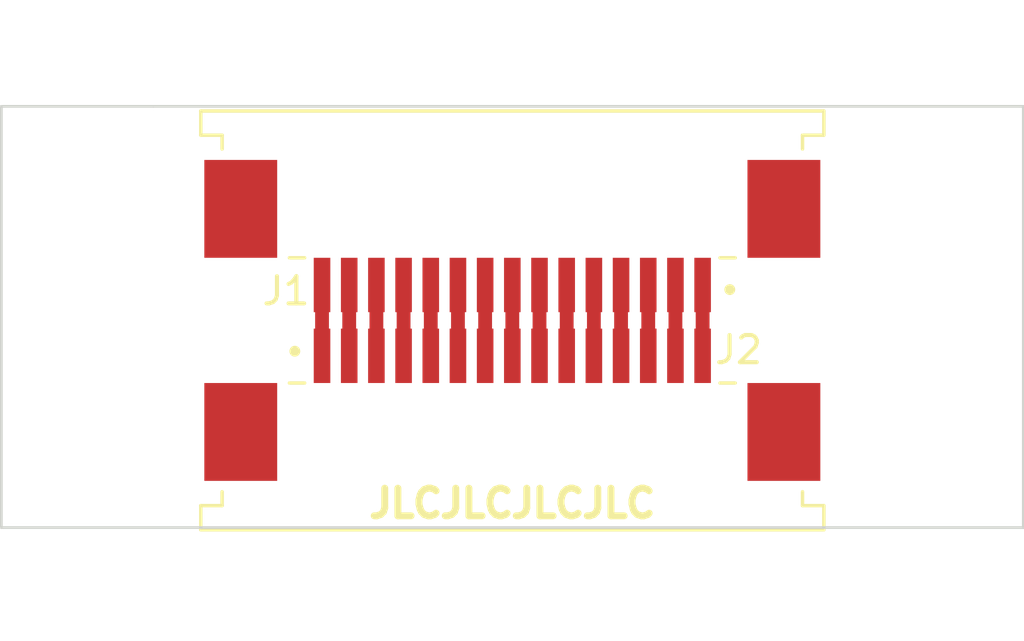
<source format=kicad_pcb>
(kicad_pcb (version 20211014) (generator pcbnew)
  (layers (0 "F.Cu" signal) (31 "B.Cu" signal) (34 "B.Paste" user) (35 "F.Paste" user) (36 "B.SilkS" user "B.Silkscreen") (37 "F.SilkS" user "F.Silkscreen") (38 "B.Mask" user) (39 "F.Mask" user) (44 "Edge.Cuts" user))
  (net 0 "")
  (net 1 "Net-(J1-Pad1)")
  (net 2 "Net-(J1-Pad2)")
  (net 3 "Net-(J1-Pad3)")
  (net 4 "Net-(J1-Pad4)")
  (net 5 "Net-(J1-Pad5)")
  (net 6 "Net-(J1-Pad6)")
  (net 7 "Net-(J1-Pad8)")
  (net 8 "Net-(J1-Pad9)")
  (net 9 "Net-(J1-Pad12)")
  (net 10 "Net-(J1-Pad14)")
  (net 11 "Net-(J1-Pad15)")
  (net 12 "Net-(J1-Pad7)")
  (net 13 "Net-(J1-Pad10)")
  (net 14 "Net-(J1-Pad11)")
  (net 15 "Net-(J1-Pad13)")
  (footprint "pretty:TE_1-84952-5" (layer "F.Cu") (at 126.746 79.596 180)
    (fp_text reference "J2" (at -8.325 -2.385 180) (layer "F.SilkS"))
    (fp_text value "1-84952-5")
    (fp_line (start -11.46 6.4) (end -11.46 5.51) (layer "F.SilkS") (width 0.127))
    (fp_line (start -10.675 5) (end -10.675 5.51) (layer "F.SilkS") (width 0.127))
    (fp_line (start 7.64 1) (end 8.2 1) (layer "F.SilkS") (width 0.127))
    (fp_line (start 10.675 5) (end 10.675 5.51) (layer "F.SilkS") (width 0.127))
    (fp_line (start 11.46 5.51) (end 10.675 5.51) (layer "F.SilkS") (width 0.127))
    (fp_line (start -10.675 5.51) (end -11.46 5.51) (layer "F.SilkS") (width 0.127))
    (fp_line (start -8.2 1) (end -7.64 1) (layer "F.SilkS") (width 0.127))
    (fp_line (start 11.46 6.4) (end -11.46 6.4) (layer "F.SilkS") (width 0.127))
    (fp_line (start 11.46 5.51) (end 11.46 6.4) (layer "F.SilkS") (width 0.127))
    (fp_circle (center -8 -0.17) (end -7.9 -0.17) (layer "F.SilkS") (width 0.2) (fill none))
    (pad "1" smd rect locked (at -7 0 180) (size 0.61 2) (layers "F.Cu" "F.Paste" "F.Mask") (net 11 "Net-(J1-Pad15)"))
    (pad "2" smd rect locked (at -6 0 180) (size 0.61 2) (layers "F.Cu" "F.Paste" "F.Mask") (net 10 "Net-(J1-Pad14)"))
    (pad "3" smd rect locked (at -5 0 180) (size 0.61 2) (layers "F.Cu" "F.Paste" "F.Mask") (net 15 "Net-(J1-Pad13)"))
    (pad "4" smd rect locked (at -4 0 180) (size 0.61 2) (layers "F.Cu" "F.Paste" "F.Mask") (net 9 "Net-(J1-Pad12)"))
    (pad "5" smd rect locked (at -3 0 180) (size 0.61 2) (layers "F.Cu" "F.Paste" "F.Mask") (net 14 "Net-(J1-Pad11)"))
    (pad "6" smd rect locked (at -2 0 180) (size 0.61 2) (layers "F.Cu" "F.Paste" "F.Mask") (net 13 "Net-(J1-Pad10)"))
    (pad "7" smd rect locked (at -1 0 180) (size 0.61 2) (layers "F.Cu" "F.Paste" "F.Mask") (net 8 "Net-(J1-Pad9)"))
    (pad "8" smd rect locked (at 0 0 180) (size 0.61 2) (layers "F.Cu" "F.Paste" "F.Mask") (net 7 "Net-(J1-Pad8)"))
    (pad "9" smd rect locked (at 1 0 180) (size 0.61 2) (layers "F.Cu" "F.Paste" "F.Mask") (net 12 "Net-(J1-Pad7)"))
    (pad "10" smd rect locked (at 2 0 180) (size 0.61 2) (layers "F.Cu" "F.Paste" "F.Mask") (net 6 "Net-(J1-Pad6)"))
    (pad "11" smd rect locked (at 3 0 180) (size 0.61 2) (layers "F.Cu" "F.Paste" "F.Mask") (net 5 "Net-(J1-Pad5)"))
    (pad "12" smd rect locked (at 4 0 180) (size 0.61 2) (layers "F.Cu" "F.Paste" "F.Mask") (net 4 "Net-(J1-Pad4)"))
    (pad "13" smd rect locked (at 5 0 180) (size 0.61 2) (layers "F.Cu" "F.Paste" "F.Mask") (net 3 "Net-(J1-Pad3)"))
    (pad "14" smd rect locked (at 6 0 180) (size 0.61 2) (layers "F.Cu" "F.Paste" "F.Mask") (net 2 "Net-(J1-Pad2)"))
    (pad "15" smd rect locked (at 7 0 180) (size 0.61 2) (layers "F.Cu" "F.Paste" "F.Mask") (net 1 "Net-(J1-Pad1)"))
    (pad "S1" smd rect locked (at -9.99 2.8 180) (size 2.68 3.6) (layers "F.Cu" "F.Paste" "F.Mask"))
    (pad "S2" smd rect locked (at 9.99 2.8 180) (size 2.68 3.6) (layers "F.Cu" "F.Paste" "F.Mask"))
  )
  (footprint "MountingHole:MountingHole_2.7mm_M2.5" (layer "F.Cu") (at 111.506 85.156)
    (fp_text reference "REF**" hide)
    (fp_text value "MountingHole_2.7mm_M2.5" hide)
    (pad "" np_thru_hole circle locked (at 0 0) (size 2.7 2.7) (drill 2.7) (layers *.Cu *.Mask))
  )
  (footprint "MountingHole:MountingHole_2.7mm_M2.5" (layer "F.Cu") (at 141.986 76.266)
    (fp_text reference "REF**" hide)
    (fp_text value "MountingHole_2.7mm_M2.5" hide)
    (pad "" np_thru_hole circle locked (at 0 0) (size 2.7 2.7) (drill 2.7) (layers *.Cu *.Mask))
  )
  (footprint "pretty:TE_1-84952-5" (layer "F.Cu") (at 126.746 82.202)
    (fp_text reference "J1" (at -8.325 -2.385) (layer "F.SilkS"))
    (fp_text value "1-84952-5")
    (fp_line (start 11.46 5.51) (end 11.46 6.4) (layer "F.SilkS") (width 0.127))
    (fp_line (start -8.2 1) (end -7.64 1) (layer "F.SilkS") (width 0.127))
    (fp_line (start 11.46 5.51) (end 10.675 5.51) (layer "F.SilkS") (width 0.127))
    (fp_line (start -11.46 6.4) (end -11.46 5.51) (layer "F.SilkS") (width 0.127))
    (fp_line (start 10.675 5) (end 10.675 5.51) (layer "F.SilkS") (width 0.127))
    (fp_line (start 7.64 1) (end 8.2 1) (layer "F.SilkS") (width 0.127))
    (fp_line (start -10.675 5) (end -10.675 5.51) (layer "F.SilkS") (width 0.127))
    (fp_line (start -10.675 5.51) (end -11.46 5.51) (layer "F.SilkS") (width 0.127))
    (fp_line (start 11.46 6.4) (end -11.46 6.4) (layer "F.SilkS") (width 0.127))
    (fp_circle (center -8 -0.17) (end -7.9 -0.17) (layer "F.SilkS") (width 0.2) (fill none))
    (pad "1" smd rect locked (at -7 0) (size 0.61 2) (layers "F.Cu" "F.Paste" "F.Mask") (net 1 "Net-(J1-Pad1)"))
    (pad "2" smd rect locked (at -6 0) (size 0.61 2) (layers "F.Cu" "F.Paste" "F.Mask") (net 2 "Net-(J1-Pad2)"))
    (pad "3" smd rect locked (at -5 0) (size 0.61 2) (layers "F.Cu" "F.Paste" "F.Mask") (net 3 "Net-(J1-Pad3)"))
    (pad "4" smd rect locked (at -4 0) (size 0.61 2) (layers "F.Cu" "F.Paste" "F.Mask") (net 4 "Net-(J1-Pad4)"))
    (pad "5" smd rect locked (at -3 0) (size 0.61 2) (layers "F.Cu" "F.Paste" "F.Mask") (net 5 "Net-(J1-Pad5)"))
    (pad "6" smd rect locked (at -2 0) (size 0.61 2) (layers "F.Cu" "F.Paste" "F.Mask") (net 6 "Net-(J1-Pad6)"))
    (pad "7" smd rect locked (at -1 0) (size 0.61 2) (layers "F.Cu" "F.Paste" "F.Mask") (net 12 "Net-(J1-Pad7)"))
    (pad "8" smd rect locked (at 0 0) (size 0.61 2) (layers "F.Cu" "F.Paste" "F.Mask") (net 7 "Net-(J1-Pad8)"))
    (pad "9" smd rect locked (at 1 0) (size 0.61 2) (layers "F.Cu" "F.Paste" "F.Mask") (net 8 "Net-(J1-Pad9)"))
    (pad "10" smd rect locked (at 2 0) (size 0.61 2) (layers "F.Cu" "F.Paste" "F.Mask") (net 13 "Net-(J1-Pad10)"))
    (pad "11" smd rect locked (at 3 0) (size 0.61 2) (layers "F.Cu" "F.Paste" "F.Mask") (net 14 "Net-(J1-Pad11)"))
    (pad "12" smd rect locked (at 4 0) (size 0.61 2) (layers "F.Cu" "F.Paste" "F.Mask") (net 9 "Net-(J1-Pad12)"))
    (pad "13" smd rect locked (at 5 0) (size 0.61 2) (layers "F.Cu" "F.Paste" "F.Mask") (net 15 "Net-(J1-Pad13)"))
    (pad "14" smd rect locked (at 6 0) (size 0.61 2) (layers "F.Cu" "F.Paste" "F.Mask") (net 10 "Net-(J1-Pad14)"))
    (pad "15" smd rect locked (at 7 0) (size 0.61 2) (layers "F.Cu" "F.Paste" "F.Mask") (net 11 "Net-(J1-Pad15)"))
    (pad "S1" smd rect locked (at -9.99 2.8) (size 2.68 3.6) (layers "F.Cu" "F.Paste" "F.Mask"))
    (pad "S2" smd rect locked (at 9.99 2.8) (size 2.68 3.6) (layers "F.Cu" "F.Paste" "F.Mask"))
  )
  (footprint "MountingHole:MountingHole_2.7mm_M2.5" (layer "F.Cu") (at 141.986 85.156)
    (fp_text reference "REF**" hide)
    (fp_text value "MountingHole_2.7mm_M2.5" hide)
    (pad "" np_thru_hole circle locked (at 0 0) (size 2.7 2.7) (drill 2.7) (layers *.Cu *.Mask))
  )
  (footprint "MountingHole:MountingHole_2.7mm_M2.5" (layer "F.Cu") (at 111.506 76.266)
    (fp_text reference "REF**" hide)
    (fp_text value "MountingHole_2.7mm_M2.5" hide)
    (pad "" np_thru_hole circle locked (at 0 0) (size 2.7 2.7) (drill 2.7) (layers *.Cu *.Mask))
  )
  (gr_line (start 145.542 73.025) (end 113.538 73.025) (layer "Edge.Cuts") (width 0.1))
  (gr_line (start 145.542 88.519) (end 145.542 73.025) (layer "Edge.Cuts") (width 0.1))
  (gr_line (start 107.95 73.025) (end 107.95 88.519) (layer "Edge.Cuts") (width 0.1))
  (gr_line (start 107.95 88.519) (end 145.542 88.519) (layer "Edge.Cuts") (width 0.1))
  (gr_line (start 113.538 73.025) (end 107.95 73.025) (layer "Edge.Cuts") (width 0.1))
  (gr_text "JLCJLCJLCJLC" (at 126.746 87.63) (layer "F.SilkS") (effects (font (size 1.016 1.016) (thickness 0.254))))
  (segment (start 119.746 82.837) (end 119.746 79.469) (width 0.508) (layer "F.Cu") (net 1))
  (segment (start 120.746 79.469) (end 120.746 82.837) (width 0.508) (layer "F.Cu") (net 2))
  (segment (start 121.746 82.837) (end 121.746 79.469) (width 0.508) (layer "F.Cu") (net 3))
  (segment (start 122.746 82.837) (end 122.746 79.469) (width 0.508) (layer "F.Cu") (net 4))
  (segment (start 123.746 82.837) (end 123.746 79.469) (width 0.508) (layer "F.Cu") (net 5))
  (segment (start 124.746 82.837) (end 124.746 79.469) (width 0.508) (layer "F.Cu") (net 6))
  (segment (start 126.746 82.837) (end 126.746 79.469) (width 0.508) (layer "F.Cu") (net 7))
  (segment (start 127.746 82.837) (end 127.746 79.469) (width 0.508) (layer "F.Cu") (net 8))
  (segment (start 130.746 82.837) (end 130.746 79.469) (width 0.508) (layer "F.Cu") (net 9))
  (segment (start 132.746 79.469) (end 132.746 82.837) (width 0.508) (layer "F.Cu") (net 10))
  (segment (start 133.746 79.469) (end 133.746 82.837) (width 0.508) (layer "F.Cu") (net 11))
  (segment (start 125.746 82.837) (end 125.746 79.469) (width 0.508) (layer "F.Cu") (net 12))
  (segment (start 128.746 82.837) (end 128.746 79.469) (width 0.508) (layer "F.Cu") (net 13))
  (segment (start 129.746 82.837) (end 129.746 79.469) (width 0.508) (layer "F.Cu") (net 14))
  (segment (start 131.746 79.469) (end 131.746 82.837) (width 0.508) (layer "F.Cu") (net 15))
)
</source>
